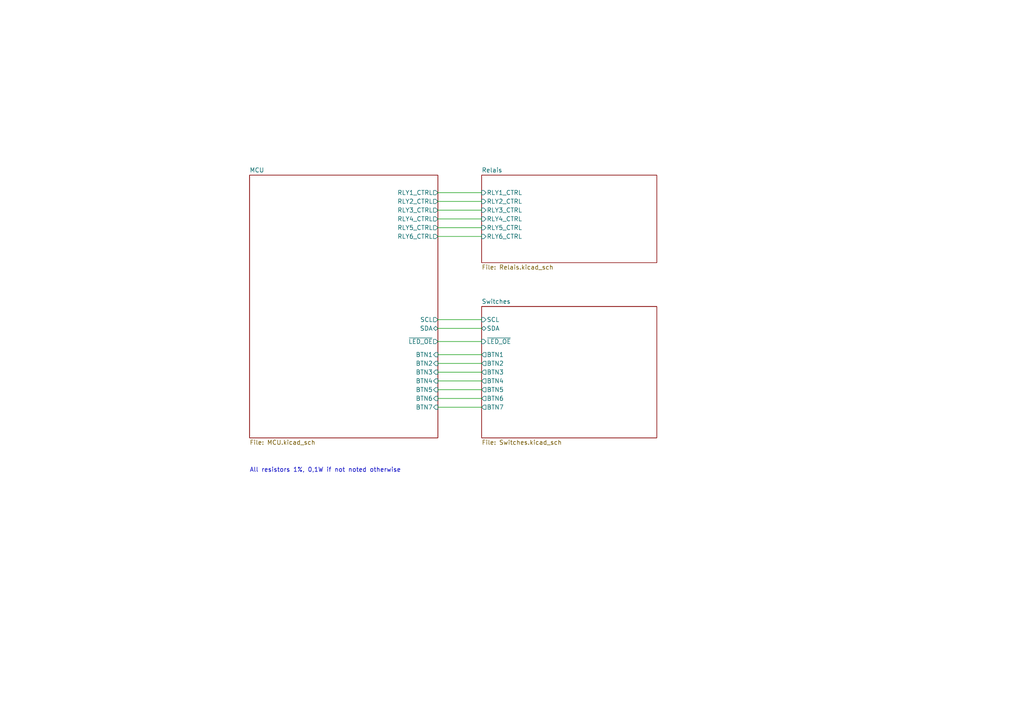
<source format=kicad_sch>
(kicad_sch (version 20211123) (generator eeschema)
  (paper "A4")
  (lib_symbols)
  (wire (pts (xy 127 95.25) (xy 139.7 95.25)))
  (wire (pts (xy 139.7 110.49) (xy 127 110.49)))
  (wire (pts (xy 139.7 105.41) (xy 127 105.41)))
  (wire (pts (xy 127 60.96) (xy 139.7 60.96)))
  (wire (pts (xy 139.7 92.71) (xy 127 92.71)))
  (wire (pts (xy 127 55.88) (xy 139.7 55.88)))
  (wire (pts (xy 127 113.03) (xy 139.7 113.03)))
  (wire (pts (xy 127 102.87) (xy 139.7 102.87)))
  (wire (pts (xy 139.7 58.42) (xy 127 58.42)))
  (wire (pts (xy 127 118.11) (xy 139.7 118.11)))
  (wire (pts (xy 139.7 99.06) (xy 127 99.06)))
  (wire (pts (xy 139.7 115.57) (xy 127 115.57)))
  (wire (pts (xy 139.7 68.58) (xy 127 68.58)))
  (wire (pts (xy 127 107.95) (xy 139.7 107.95)))
  (wire (pts (xy 139.7 63.5) (xy 127 63.5)))
  (wire (pts (xy 127 66.04) (xy 139.7 66.04)))
  (text "All resistors 1%, 0,1W if not noted otherwise" (at 72.39 137.16 0) (effects (font (size 1.27 1.27)) (justify left bottom)))
  (sheet (at 72.39 50.8) (size 54.61 76.2)
    (property "Sheet name" "MCU" (at 72.39 50.0884 0) (effects (justify left bottom)))
    (property "Sheet file" "MCU.kicad_sch" (at 72.39 127.5846 0) (effects (justify left top)))
    (pin "BTN1" input (at 127 102.87 0))
    (pin "BTN2" input (at 127 105.41 0))
    (pin "BTN3" input (at 127 107.95 0))
    (pin "BTN4" input (at 127 110.49 0))
    (pin "BTN5" input (at 127 113.03 0))
    (pin "BTN6" input (at 127 115.57 0))
    (pin "BTN7" input (at 127 118.11 0))
    (pin "RLY1_CTRL" output (at 127 55.88 0))
    (pin "RLY2_CTRL" output (at 127 58.42 0))
    (pin "RLY3_CTRL" output (at 127 60.96 0))
    (pin "RLY4_CTRL" output (at 127 63.5 0))
    (pin "RLY5_CTRL" output (at 127 66.04 0))
    (pin "RLY6_CTRL" output (at 127 68.58 0))
    (pin "~{LED_OE}" output (at 127 99.06 0))
    (pin "SCL" output (at 127 92.71 0))
    (pin "SDA" bidirectional (at 127 95.25 0))
  )
  (sheet (at 139.7 50.8) (size 50.8 25.4)
    (property "Sheet name" "Relais" (at 139.7 50.0884 0) (effects (justify left bottom)))
    (property "Sheet file" "Relais.kicad_sch" (at 139.7 76.7846 0) (effects (justify left top)))
    (pin "RLY4_CTRL" input (at 139.7 63.5 180))
    (pin "RLY5_CTRL" input (at 139.7 66.04 180))
    (pin "RLY6_CTRL" input (at 139.7 68.58 180))
    (pin "RLY3_CTRL" input (at 139.7 60.96 180))
    (pin "RLY2_CTRL" input (at 139.7 58.42 180))
    (pin "RLY1_CTRL" input (at 139.7 55.88 180))
  )
  (sheet (at 139.7 88.9) (size 50.8 38.1)
    (property "Sheet name" "Switches" (at 139.7 88.1884 0) (effects (justify left bottom)))
    (property "Sheet file" "Switches.kicad_sch" (at 139.7 127.5846 0) (effects (justify left top)))
    (pin "SDA" bidirectional (at 139.7 95.25 180))
    (pin "SCL" input (at 139.7 92.71 180))
    (pin "BTN1" output (at 139.7 102.87 180))
    (pin "BTN2" output (at 139.7 105.41 180))
    (pin "BTN3" output (at 139.7 107.95 180))
    (pin "BTN4" output (at 139.7 110.49 180))
    (pin "BTN6" output (at 139.7 115.57 180))
    (pin "BTN5" output (at 139.7 113.03 180))
    (pin "BTN7" output (at 139.7 118.11 180))
    (pin "~{LED_OE}" input (at 139.7 99.06 180))
  )
)
</source>
